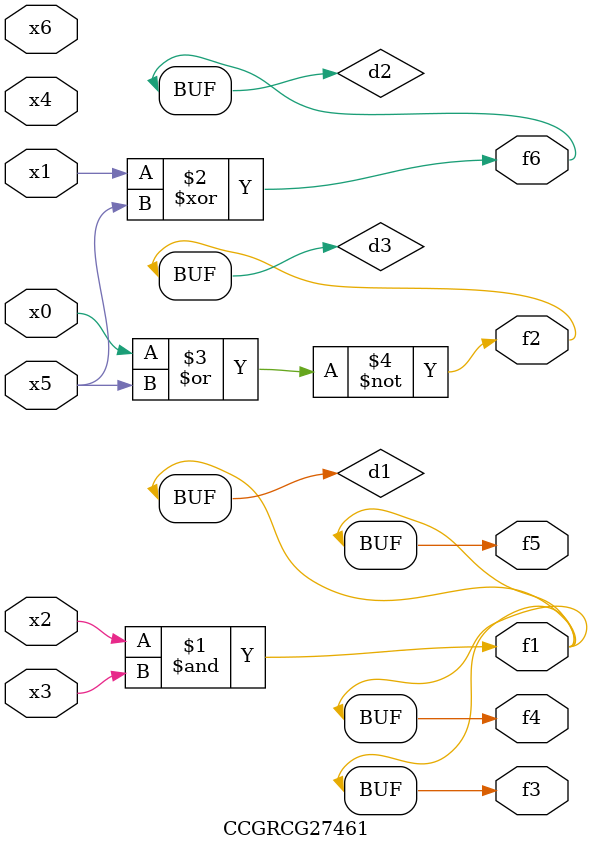
<source format=v>
module CCGRCG27461(
	input x0, x1, x2, x3, x4, x5, x6,
	output f1, f2, f3, f4, f5, f6
);

	wire d1, d2, d3;

	and (d1, x2, x3);
	xor (d2, x1, x5);
	nor (d3, x0, x5);
	assign f1 = d1;
	assign f2 = d3;
	assign f3 = d1;
	assign f4 = d1;
	assign f5 = d1;
	assign f6 = d2;
endmodule

</source>
